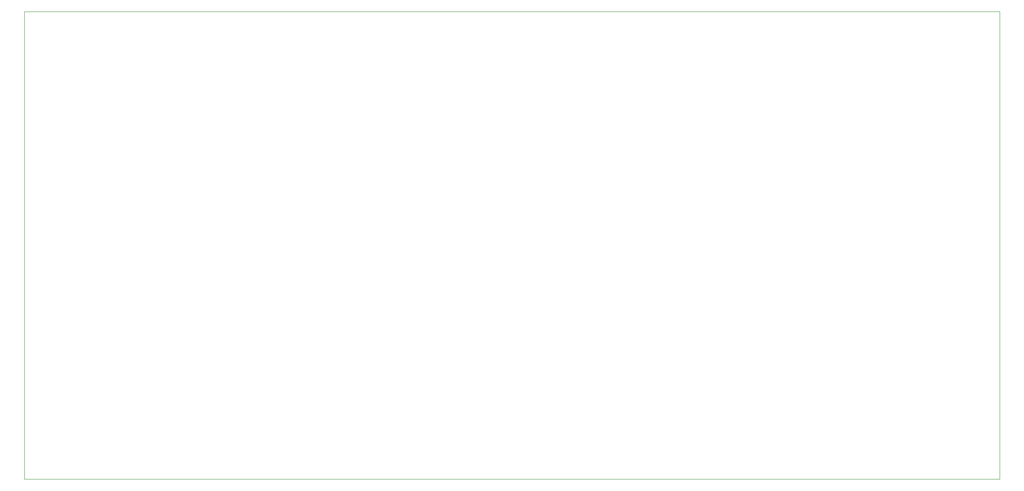
<source format=gbr>
%TF.GenerationSoftware,KiCad,Pcbnew,8.0.2*%
%TF.CreationDate,2025-05-17T21:18:52+08:00*%
%TF.ProjectId,TouchTone555,546f7563-6854-46f6-9e65-3535352e6b69,v1.2*%
%TF.SameCoordinates,Original*%
%TF.FileFunction,Profile,NP*%
%FSLAX46Y46*%
G04 Gerber Fmt 4.6, Leading zero omitted, Abs format (unit mm)*
G04 Created by KiCad (PCBNEW 8.0.2) date 2025-05-17 21:18:52*
%MOMM*%
%LPD*%
G01*
G04 APERTURE LIST*
%TA.AperFunction,Profile*%
%ADD10C,0.050000*%
%TD*%
G04 APERTURE END LIST*
D10*
X50000000Y-54000000D02*
X250000000Y-54000000D01*
X250000000Y-150000000D01*
X50000000Y-150000000D01*
X50000000Y-54000000D01*
M02*

</source>
